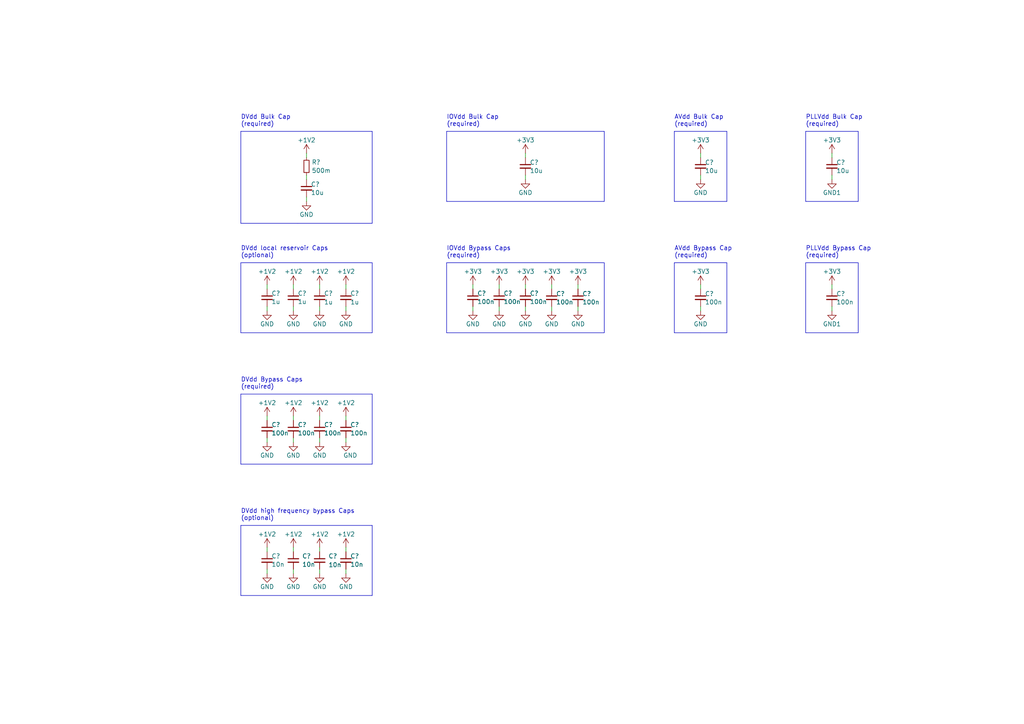
<source format=kicad_sch>
(kicad_sch (version 20230121) (generator eeschema)
  (paper "A4")
  (lib_symbols
    (symbol "Device:C_Small" (pin_numbers hide) (pin_names (offset 0.254) hide)
      (property "Reference" "C" (at 0.254 1.778 0))
      (property "Value" "C_Small" (at 0.254 -2.032 0))
      (symbol "C_Small_0_1"
        (polyline (pts (xy -1.524 -0.508) (xy 1.524 -0.508)) (stroke (width 0.3302)))
        (polyline (pts (xy -1.524 0.508) (xy 1.524 0.508)) (stroke (width 0.3048)))
      )
      (symbol "C_Small_1_1"
        (pin passive line (at 0 2.54 270) (length 2.032) (name "~") (number "1"))
        (pin passive line (at 0 -2.54 90) (length 2.032) (name "~") (number "2"))
      )
    )
    (symbol "Device:R_Small" (pin_numbers hide) (pin_names (offset 0.254) hide)
      (property "Reference" "R" (at 0.762 0.508 0))
      (property "Value" "R_Small" (at 0.762 -1.016 0))
      (symbol "R_Small_0_1"
        (rectangle (start -0.762 1.778) (end 0.762 -1.778) (stroke (width 0.2032)))
      )
      (symbol "R_Small_1_1"
        (pin passive line (at 0 2.54 270) (length 0.762) (name "~") (number "1"))
        (pin passive line (at 0 -2.54 90) (length 0.762) (name "~") (number "2"))
      )
    )
    (symbol "power:+1V2" (power) (pin_names (offset 0))
      (property "Value" "+1V2" (at 0 3.556 0))
      (symbol "+1V2_0_1"
        (polyline (pts (xy -0.762 1.27) (xy 0 2.54)))
        (polyline (pts (xy 0 0) (xy 0 2.54)))
        (polyline (pts (xy 0 2.54) (xy 0.762 1.27)))
      )
      (symbol "+1V2_1_1"
        (pin power_in line (at 0 0 90) (length 0) hide (name "+1V2") (number "1"))
      )
    )
    (symbol "power:+3V3" (power) (pin_names (offset 0))
      (property "Value" "+3V3" (at 0 3.556 0))
      (symbol "+3V3_0_1"
        (polyline (pts (xy -0.762 1.27) (xy 0 2.54)))
        (polyline (pts (xy 0 0) (xy 0 2.54)))
        (polyline (pts (xy 0 2.54) (xy 0.762 1.27)))
      )
      (symbol "+3V3_1_1"
        (pin power_in line (at 0 0 90) (length 0) hide (name "+3V3") (number "1"))
      )
    )
    (symbol "power:GND" (power) (pin_names (offset 0))
      (property "Value" "GND" (at 0 -3.81 0))
      (symbol "GND_0_1"
        (polyline (pts (xy 0 0) (xy 0 -1.27) (xy 1.27 -1.27) (xy 0 -2.54) (xy -1.27 -1.27) (xy 0 -1.27)))
      )
      (symbol "GND_1_1"
        (pin power_in line (at 0 0 270) (length 0) hide (name "GND") (number "1"))
      )
    )
    (symbol "power:GND1" (power) (pin_names (offset 0))
      (property "Value" "GND1" (at 0 -3.81 0))
      (symbol "GND1_0_1"
        (polyline (pts (xy 0 0) (xy 0 -1.27) (xy 1.27 -1.27) (xy 0 -2.54) (xy -1.27 -1.27) (xy 0 -1.27)))
      )
      (symbol "GND1_1_1"
        (pin power_in line (at 0 0 270) (length 0) hide (name "GND1") (number "1"))
      )
    )
  )
  (polyline (pts (xy 69.85 96.52) (xy 69.85 76.2)))
  (wire (pts (xy 203.2 88.9) (xy 203.2 90.17)))
  (wire (pts (xy 160.02 82.55) (xy 160.02 83.82)))
  (polyline (pts (xy 129.54 76.2) (xy 175.26 76.2)))
  (polyline (pts (xy 248.92 38.1) (xy 248.92 58.42)))
  (wire (pts (xy 167.64 88.9) (xy 167.64 90.17)))
  (wire (pts (xy 85.09 120.65) (xy 85.09 121.92)))
  (polyline (pts (xy 175.26 76.2) (xy 175.26 96.52)))
  (wire (pts (xy 85.09 158.75) (xy 85.09 160.02)))
  (wire (pts (xy 77.47 88.9) (xy 77.47 90.17)))
  (wire (pts (xy 203.2 50.8) (xy 203.2 52.07)))
  (wire (pts (xy 100.33 165.1) (xy 100.33 166.37)))
  (polyline (pts (xy 233.68 58.42) (xy 248.92 58.42)))
  (wire (pts (xy 77.47 158.75) (xy 77.47 160.02)))
  (wire (pts (xy 77.47 127) (xy 77.47 128.27)))
  (wire (pts (xy 85.09 88.9) (xy 85.09 90.17)))
  (polyline (pts (xy 210.82 96.52) (xy 210.82 76.2)))
  (wire (pts (xy 203.2 82.55) (xy 203.2 83.82)))
  (wire (pts (xy 100.33 120.65) (xy 100.33 121.92)))
  (polyline (pts (xy 69.85 64.77) (xy 69.85 38.1)))
  (wire (pts (xy 167.64 82.55) (xy 167.64 83.82)))
  (wire (pts (xy 241.3 50.8) (xy 241.3 52.07)))
  (polyline (pts (xy 175.26 38.1) (xy 129.54 38.1)))
  (wire (pts (xy 100.33 158.75) (xy 100.33 160.02)))
  (polyline (pts (xy 195.58 96.52) (xy 203.2 96.52)))
  (wire (pts (xy 144.78 82.55) (xy 144.78 83.82)))
  (polyline (pts (xy 195.58 58.42) (xy 210.82 58.42)))
  (polyline (pts (xy 203.2 96.52) (xy 210.82 96.52)))
  (polyline (pts (xy 69.85 172.72) (xy 107.95 172.72)))
  (polyline (pts (xy 86.36 64.77) (xy 107.95 64.77)))
  (polyline (pts (xy 233.68 58.42) (xy 233.68 38.1)))
  (polyline (pts (xy 86.36 64.77) (xy 69.85 64.77)))
  (polyline (pts (xy 233.68 76.2) (xy 248.92 76.2)))
  (wire (pts (xy 241.3 82.55) (xy 241.3 83.82)))
  (wire (pts (xy 88.9 50.8) (xy 88.9 52.07)))
  (polyline (pts (xy 210.82 38.1) (xy 210.82 58.42)))
  (polyline (pts (xy 69.85 152.4) (xy 107.95 152.4)))
  (wire (pts (xy 144.78 88.9) (xy 144.78 90.17)))
  (wire (pts (xy 203.2 44.45) (xy 203.2 45.72)))
  (wire (pts (xy 160.02 88.9) (xy 160.02 90.17)))
  (wire (pts (xy 92.71 158.75) (xy 92.71 160.02)))
  (wire (pts (xy 152.4 44.45) (xy 152.4 45.72)))
  (wire (pts (xy 152.4 82.55) (xy 152.4 83.82)))
  (wire (pts (xy 100.33 127) (xy 100.33 128.27)))
  (wire (pts (xy 88.9 57.15) (xy 88.9 58.42)))
  (polyline (pts (xy 210.82 76.2) (xy 195.58 76.2)))
  (wire (pts (xy 241.3 44.45) (xy 241.3 45.72)))
  (wire (pts (xy 100.33 88.9) (xy 100.33 90.17)))
  (polyline (pts (xy 233.68 96.52) (xy 233.68 76.2)))
  (wire (pts (xy 92.71 165.1) (xy 92.71 166.37)))
  (wire (pts (xy 152.4 50.8) (xy 152.4 52.07)))
  (polyline (pts (xy 69.85 172.72) (xy 69.85 152.4)))
  (wire (pts (xy 85.09 165.1) (xy 85.09 166.37)))
  (wire (pts (xy 77.47 120.65) (xy 77.47 121.92)))
  (polyline (pts (xy 248.92 76.2) (xy 248.92 96.52)))
  (wire (pts (xy 241.3 88.9) (xy 241.3 90.17)))
  (wire (pts (xy 77.47 82.55) (xy 77.47 83.82)))
  (polyline (pts (xy 107.95 152.4) (xy 107.95 172.72)))
  (polyline (pts (xy 107.95 76.2) (xy 107.95 96.52)))
  (polyline (pts (xy 195.58 76.2) (xy 195.58 96.52)))
  (polyline (pts (xy 107.95 114.3) (xy 69.85 114.3)))
  (polyline (pts (xy 69.85 114.3) (xy 69.85 134.62)))
  (polyline (pts (xy 129.54 58.42) (xy 175.26 58.42)))
  (polyline (pts (xy 233.68 38.1) (xy 248.92 38.1)))
  (wire (pts (xy 137.16 88.9) (xy 137.16 90.17)))
  (wire (pts (xy 88.9 44.45) (xy 88.9 45.72)))
  (polyline (pts (xy 175.26 96.52) (xy 129.54 96.52)))
  (polyline (pts (xy 69.85 76.2) (xy 107.95 76.2)))
  (polyline (pts (xy 129.54 38.1) (xy 129.54 58.42)))
  (polyline (pts (xy 195.58 38.1) (xy 210.82 38.1)))
  (polyline (pts (xy 107.95 38.1) (xy 107.95 64.77)))
  (wire (pts (xy 92.71 120.65) (xy 92.71 121.92)))
  (polyline (pts (xy 69.85 96.52) (xy 107.95 96.52)))
  (wire (pts (xy 137.16 82.55) (xy 137.16 83.82)))
  (wire (pts (xy 152.4 88.9) (xy 152.4 90.17)))
  (polyline (pts (xy 107.95 134.62) (xy 107.95 114.3)))
  (polyline (pts (xy 69.85 38.1) (xy 107.95 38.1)))
  (wire (pts (xy 85.09 82.55) (xy 85.09 83.82)))
  (polyline (pts (xy 129.54 96.52) (xy 129.54 76.2)))
  (polyline (pts (xy 175.26 58.42) (xy 175.26 38.1)))
  (wire (pts (xy 92.71 88.9) (xy 92.71 90.17)))
  (polyline (pts (xy 233.68 96.52) (xy 248.92 96.52)))
  (wire (pts (xy 77.47 165.1) (xy 77.47 166.37)))
  (polyline (pts (xy 195.58 58.42) (xy 195.58 38.1)))
  (wire (pts (xy 92.71 82.55) (xy 92.71 83.82)))
  (wire (pts (xy 92.71 127) (xy 92.71 128.27)))
  (polyline (pts (xy 69.85 134.62) (xy 107.95 134.62)))
  (wire (pts (xy 100.33 82.55) (xy 100.33 83.82)))
  (wire (pts (xy 85.09 127) (xy 85.09 128.27)))
  (text "IOVdd Bypass Caps\n(required)" (at 129.54 74.93 0) (effects (font (size 1.27 1.27)) (justify left bottom)))
  (text "DVdd Bulk Cap\n(required)" (at 69.85 36.83 0) (effects (font (size 1.27 1.27)) (justify left bottom)))
  (text "PLLVdd Bypass Cap\n(required)" (at 233.68 74.93 0) (effects (font (size 1.27 1.27)) (justify left bottom)))
  (text "DVdd local reservoir Caps\n(optional)" (at 69.85 74.93 0) (effects (font (size 1.27 1.27)) (justify left bottom)))
  (text "IOVdd Bulk Cap\n(required)" (at 129.54 36.83 0) (effects (font (size 1.27 1.27)) (justify left bottom)))
  (text "DVdd Bypass Caps\n(required)" (at 69.85 113.03 0) (effects (font (size 1.27 1.27)) (justify left bottom)))
  (text "AVdd Bulk Cap\n(required)" (at 195.58 36.83 0) (effects (font (size 1.27 1.27)) (justify left bottom)))
  (text "AVdd Bypass Cap\n(required)" (at 195.58 74.93 0) (effects (font (size 1.27 1.27)) (justify left bottom)))
  (text "PLLVdd Bulk Cap\n(required)" (at 233.68 36.83 0) (effects (font (size 1.27 1.27)) (justify left bottom)))
  (text "DVdd high frequency bypass Caps\n(optional)" (at 69.85 151.13 0) (effects (font (size 1.27 1.27)) (justify left bottom)))
  (symbol (lib_id "Device:C_Small") (at 152.4 86.36 0) (unit 1)
    (property "Reference" "C?" (at 153.67 85.09 0) (effects (justify left)))
    (property "Value" "100n" (at 153.67 87.5142 0) (effects (justify left)))
    (property "Footprint" "Capacitor_SMD:C_0402_1005Metric" (effects hide))
    (property "Dielectric" "X7R" (effects hide))
    (property "Rated Voltage" "16V" (effects hide))
    (property "Assembling" "X" (effects hide))
    (property "JLC Part Number" "C1525" (effects hide))
    (property "Manufacturer" "Samsung Electro-Mechanics" (effects hide))
    (property "Part Number" "CL05B104KO5NNNC" (effects hide))
    (instances (project "SmallDSPMainBoard" (path "" (reference "C?") (unit 1)) (path "" (reference "C73") (unit 1))))
  )
  (symbol (lib_id "power:+3V3") (at 152.4 44.45 0) (unit 1)
    (property "Reference" "#PWR?" (effects hide))
    (property "Value" "+3V3" (at 152.4 40.64 0))
    (instances (project "SmallDSPMainBoard" (path "" (reference "#PWR?") (unit 1)) (path "" (reference "#PWR0192") (unit 1))))
  )
  (symbol (lib_id "Device:C_Small") (at 203.2 48.26 0) (unit 1)
    (property "Reference" "C?" (at 204.47 47.1058 0) (effects (justify left)))
    (property "Value" "10u" (at 204.47 49.53 0) (effects (justify left)))
    (property "Footprint" "Capacitor_SMD:C_0603_1608Metric" (effects hide))
    (property "Dielectric" "X5R" (effects hide))
    (property "Rated Voltage" "25V" (effects hide))
    (property "Assembling" "X" (effects hide))
    (property "JLC Part Number" "C96446" (effects hide))
    (property "Manufacturer" "Samsung Electro-Mechanics" (effects hide))
    (property "Part Number" "CL10A106MA8NRNC" (effects hide))
    (instances (project "SmallDSPMainBoard" (path "" (reference "C?") (unit 1)) (path "" (reference "C76") (unit 1))))
  )
  (symbol (lib_id "Device:C_Small") (at 167.64 86.36 0) (unit 1)
    (property "Reference" "C?" (at 168.91 85.2058 0) (effects (justify left)))
    (property "Value" "100n" (at 168.91 87.63 0) (effects (justify left)))
    (property "Footprint" "Capacitor_SMD:C_0402_1005Metric" (effects hide))
    (property "Dielectric" "X7R" (effects hide))
    (property "Rated Voltage" "16V" (effects hide))
    (property "Assembling" "X" (effects hide))
    (property "JLC Part Number" "C1525" (effects hide))
    (property "Manufacturer" "Samsung Electro-Mechanics" (effects hide))
    (property "Part Number" "CL05B104KO5NNNC" (effects hide))
    (instances (project "SmallDSPMainBoard" (path "" (reference "C?") (unit 1)) (path "" (reference "C75") (unit 1))))
  )
  (symbol (lib_id "Device:C_Small") (at 77.47 86.36 0) (unit 1)
    (property "Reference" "C?" (at 78.74 85.09 0) (effects (justify left)))
    (property "Value" "1u" (at 78.74 87.5142 0) (effects (justify left)))
    (property "Footprint" "Capacitor_SMD:C_0402_1005Metric" (effects hide))
    (property "Dielectric" "X5R" (effects hide))
    (property "Rated Voltage" "25V" (effects hide))
    (property "Assembling" "X" (effects hide))
    (property "JLC Part Number" "C52923" (effects hide))
    (property "Manufacturer" "Samsung Electro-Mechanics" (effects hide))
    (property "Part Number" "CL05A105KA5NQNC" (effects hide))
    (instances (project "SmallDSPMainBoard" (path "" (reference "C?") (unit 1)) (path "" (reference "C57") (unit 1))))
  )
  (symbol (lib_id "power:+3V3") (at 203.2 44.45 0) (unit 1)
    (property "Reference" "#PWR?" (effects hide))
    (property "Value" "+3V3" (at 203.2 40.64 0))
    (instances (project "SmallDSPMainBoard" (path "" (reference "#PWR?") (unit 1)) (path "" (reference "#PWR0200") (unit 1))))
  )
  (symbol (lib_id "power:+1V2") (at 77.47 82.55 0) (unit 1)
    (property "Reference" "#PWR?" (effects hide))
    (property "Value" "+1V2" (at 77.47 78.74 0))
    (instances (project "SmallDSPMainBoard" (path "" (reference "#PWR?") (unit 1)) (path "" (reference "#PWR0162") (unit 1))))
  )
  (symbol (lib_id "Device:C_Small") (at 100.33 86.36 0) (unit 1)
    (property "Reference" "C?" (at 101.6 85.09 0) (effects (justify left)))
    (property "Value" "1u" (at 101.6 87.63 0) (effects (justify left)))
    (property "Footprint" "Capacitor_SMD:C_0402_1005Metric" (effects hide))
    (property "Dielectric" "X5R" (effects hide))
    (property "Rated Voltage" "25V" (effects hide))
    (property "Assembling" "X" (effects hide))
    (property "JLC Part Number" "C52923" (effects hide))
    (property "Manufacturer" "Samsung Electro-Mechanics" (effects hide))
    (property "Part Number" "CL05A105KA5NQNC" (effects hide))
    (instances (project "SmallDSPMainBoard" (path "" (reference "C?") (unit 1)) (path "" (reference "C67") (unit 1))))
  )
  (symbol (lib_id "power:GND") (at 203.2 90.17 0) (unit 1)
    (property "Reference" "#PWR?" (effects hide))
    (property "Value" "GND" (at 203.2 93.98 0))
    (instances (project "SmallDSPMainBoard" (path "" (reference "#PWR?") (unit 1)) (path "" (reference "#PWR0203") (unit 1))))
  )
  (symbol (lib_id "Device:C_Small") (at 92.71 162.56 0) (unit 1)
    (property "Reference" "C?" (at 95.25 161.29 0) (effects (justify left)))
    (property "Value" "10n" (at 95.25 163.83 0) (effects (justify left)))
    (property "Footprint" "Capacitor_SMD:C_0402_1005Metric" (effects hide))
    (property "Dielectric" "X7R" (effects hide))
    (property "Rated Voltage" "50V" (effects hide))
    (property "Assembling" "X" (effects hide))
    (property "JLC Part Number" "C15195" (effects hide))
    (property "Manufacturer" "Samsung Electro-Mechanics" (effects hide))
    (property "Part Number" "CL05B103KB5NNNC" (effects hide))
    (instances (project "SmallDSPMainBoard" (path "" (reference "C?") (unit 1)) (path "" (reference "C66") (unit 1))))
  )
  (symbol (lib_id "Device:C_Small") (at 137.16 86.36 0) (unit 1)
    (property "Reference" "C?" (at 138.43 85.09 0) (effects (justify left)))
    (property "Value" "100n" (at 138.43 87.5142 0) (effects (justify left)))
    (property "Footprint" "Capacitor_SMD:C_0402_1005Metric" (effects hide))
    (property "Dielectric" "X7R" (effects hide))
    (property "Rated Voltage" "16V" (effects hide))
    (property "Assembling" "X" (effects hide))
    (property "JLC Part Number" "C1525" (effects hide))
    (property "Manufacturer" "Samsung Electro-Mechanics" (effects hide))
    (property "Part Number" "CL05B104KO5NNNC" (effects hide))
    (instances (project "SmallDSPMainBoard" (path "" (reference "C?") (unit 1)) (path "" (reference "C70") (unit 1))))
  )
  (symbol (lib_id "power:GND1") (at 241.3 90.17 0) (unit 1)
    (property "Reference" "#PWR0220" (effects hide))
    (property "Value" "GND1" (at 241.3 93.98 0))
    (instances (project "SmallDSPMainBoard" (path "" (reference "#PWR0220") (unit 1)) (path "" (reference "#PWR0207") (unit 1))))
  )
  (symbol (lib_id "Device:C_Small") (at 144.78 86.36 0) (unit 1)
    (property "Reference" "C?" (at 146.05 85.09 0) (effects (justify left)))
    (property "Value" "100n" (at 146.05 87.5142 0) (effects (justify left)))
    (property "Footprint" "Capacitor_SMD:C_0402_1005Metric" (effects hide))
    (property "Dielectric" "X7R" (effects hide))
    (property "Rated Voltage" "16V" (effects hide))
    (property "Assembling" "X" (effects hide))
    (property "JLC Part Number" "C1525" (effects hide))
    (property "Manufacturer" "Samsung Electro-Mechanics" (effects hide))
    (property "Part Number" "CL05B104KO5NNNC" (effects hide))
    (instances (project "SmallDSPMainBoard" (path "" (reference "C?") (unit 1)) (path "" (reference "C71") (unit 1))))
  )
  (symbol (lib_id "power:+3V3") (at 241.3 44.45 0) (unit 1)
    (property "Reference" "#PWR?" (effects hide))
    (property "Value" "+3V3" (at 241.3 40.64 0))
    (instances (project "SmallDSPMainBoard" (path "" (reference "#PWR?") (unit 1)) (path "" (reference "#PWR0204") (unit 1))))
  )
  (symbol (lib_id "power:GND") (at 137.16 90.17 0) (unit 1)
    (property "Reference" "#PWR?" (effects hide))
    (property "Value" "GND" (at 137.16 93.98 0))
    (instances (project "SmallDSPMainBoard" (path "" (reference "#PWR?") (unit 1)) (path "" (reference "#PWR0189") (unit 1))))
  )
  (symbol (lib_id "Device:C_Small") (at 85.09 86.36 0) (unit 1)
    (property "Reference" "C?" (at 86.36 85.09 0) (effects (justify left)))
    (property "Value" "1u" (at 86.36 87.5142 0) (effects (justify left)))
    (property "Footprint" "Capacitor_SMD:C_0402_1005Metric" (effects hide))
    (property "Dielectric" "X5R" (effects hide))
    (property "Rated Voltage" "25V" (effects hide))
    (property "Assembling" "X" (effects hide))
    (property "JLC Part Number" "C52923" (effects hide))
    (property "Manufacturer" "Samsung Electro-Mechanics" (effects hide))
    (property "Part Number" "CL05A105KA5NQNC" (effects hide))
    (instances (project "SmallDSPMainBoard" (path "" (reference "C?") (unit 1)) (path "" (reference "C60") (unit 1))))
  )
  (symbol (lib_id "power:GND") (at 85.09 90.17 0) (unit 1)
    (property "Reference" "#PWR?" (effects hide))
    (property "Value" "GND" (at 85.09 93.98 0))
    (instances (project "SmallDSPMainBoard" (path "" (reference "#PWR?") (unit 1)) (path "" (reference "#PWR0169") (unit 1))))
  )
  (symbol (lib_id "Device:C_Small") (at 241.3 48.26 0) (unit 1)
    (property "Reference" "C?" (at 242.57 47.1058 0) (effects (justify left)))
    (property "Value" "10u" (at 242.57 49.53 0) (effects (justify left)))
    (property "Footprint" "Capacitor_SMD:C_0603_1608Metric" (effects hide))
    (property "Dielectric" "X5R" (effects hide))
    (property "Rated Voltage" "25V" (effects hide))
    (property "Assembling" "X" (effects hide))
    (property "JLC Part Number" "C96446" (effects hide))
    (property "Manufacturer" "Samsung Electro-Mechanics" (effects hide))
    (property "Part Number" "CL10A106MA8NRNC" (effects hide))
    (instances (project "SmallDSPMainBoard" (path "" (reference "C?") (unit 1)) (path "" (reference "C78") (unit 1))))
  )
  (symbol (lib_id "power:GND") (at 85.09 166.37 0) (unit 1)
    (property "Reference" "#PWR?" (effects hide))
    (property "Value" "GND" (at 85.09 170.18 0))
    (instances (project "SmallDSPMainBoard" (path "" (reference "#PWR?") (unit 1)) (path "" (reference "#PWR0173") (unit 1))))
  )
  (symbol (lib_id "Device:C_Small") (at 88.9 54.61 0) (unit 1)
    (property "Reference" "C?" (at 90.17 53.4558 0) (effects (justify left)))
    (property "Value" "10u" (at 90.17 55.88 0) (effects (justify left)))
    (property "Footprint" "Capacitor_SMD:C_0603_1608Metric" (effects hide))
    (property "Dielectric" "X5R" (effects hide))
    (property "Rated Voltage" "25V" (effects hide))
    (property "Assembling" "X" (effects hide))
    (property "JLC Part Number" "C96446" (effects hide))
    (property "Manufacturer" "Samsung Electro-Mechanics" (effects hide))
    (property "Part Number" "CL10A106MA8NRNC" (effects hide))
    (instances (project "SmallDSPMainBoard" (path "" (reference "C?") (unit 1)) (path "" (reference "C63") (unit 1))))
  )
  (symbol (lib_id "power:+1V2") (at 77.47 158.75 0) (unit 1)
    (property "Reference" "#PWR?" (effects hide))
    (property "Value" "+1V2" (at 77.47 154.94 0))
    (instances (project "SmallDSPMainBoard" (path "" (reference "#PWR?") (unit 1)) (path "" (reference "#PWR0166") (unit 1))))
  )
  (symbol (lib_id "Device:R_Small") (at 88.9 48.26 0) (unit 1)
    (property "Reference" "R?" (at 90.3986 47.0479 0) (effects (justify left)))
    (property "Value" "500m" (at 90.3986 49.4721 0) (effects (justify left)))
    (property "Footprint" "Resistor_SMD:R_0603_1608Metric_Pad0.98x0.95mm_HandSolder" (effects hide))
    (property "Rated Power" "125mW" (effects hide))
    (property "Manufacturer" "Bussmann / Eaton" (effects hide))
    (property "Part Number" "MFL0603R5000FB" (effects hide))
    (instances (project "SmallDSPMainBoard" (path "" (reference "R?") (unit 1)) (path "" (reference "R72") (unit 1))))
  )
  (symbol (lib_id "Device:C_Small") (at 241.3 86.36 0) (unit 1)
    (property "Reference" "C?" (at 242.57 85.2058 0) (effects (justify left)))
    (property "Value" "100n" (at 242.57 87.63 0) (effects (justify left)))
    (property "Footprint" "Capacitor_SMD:C_0402_1005Metric" (effects hide))
    (property "Dielectric" "X7R" (effects hide))
    (property "Rated Voltage" "16V" (effects hide))
    (property "Assembling" "X" (effects hide))
    (property "JLC Part Number" "C1525" (effects hide))
    (property "Manufacturer" "Samsung Electro-Mechanics" (effects hide))
    (property "Part Number" "CL05B104KO5NNNC" (effects hide))
    (instances (project "SmallDSPMainBoard" (path "" (reference "C?") (unit 1)) (path "" (reference "C79") (unit 1))))
  )
  (symbol (lib_id "power:GND") (at 77.47 166.37 0) (unit 1)
    (property "Reference" "#PWR?" (effects hide))
    (property "Value" "GND" (at 77.47 170.18 0))
    (instances (project "SmallDSPMainBoard" (path "" (reference "#PWR?") (unit 1)) (path "" (reference "#PWR0167") (unit 1))))
  )
  (symbol (lib_id "Device:C_Small") (at 100.33 162.56 0) (unit 1)
    (property "Reference" "C?" (at 101.6 161.29 0) (effects (justify left)))
    (property "Value" "10n" (at 101.6 163.7142 0) (effects (justify left)))
    (property "Footprint" "Capacitor_SMD:C_0402_1005Metric" (effects hide))
    (property "Dielectric" "X7R" (effects hide))
    (property "Rated Voltage" "50V" (effects hide))
    (property "Assembling" "X" (effects hide))
    (property "JLC Part Number" "C15195" (effects hide))
    (property "Manufacturer" "Samsung Electro-Mechanics" (effects hide))
    (property "Part Number" "CL05B103KB5NNNC" (effects hide))
    (instances (project "SmallDSPMainBoard" (path "" (reference "C?") (unit 1)) (path "" (reference "C69") (unit 1))))
  )
  (symbol (lib_id "power:GND") (at 88.9 58.42 0) (unit 1)
    (property "Reference" "#PWR?" (effects hide))
    (property "Value" "GND" (at 88.9 62.23 0))
    (instances (project "SmallDSPMainBoard" (path "" (reference "#PWR?") (unit 1)) (path "" (reference "#PWR0175") (unit 1))))
  )
  (symbol (lib_id "power:+3V3") (at 203.2 82.55 0) (unit 1)
    (property "Reference" "#PWR?" (effects hide))
    (property "Value" "+3V3" (at 203.2 78.74 0))
    (instances (project "SmallDSPMainBoard" (path "" (reference "#PWR?") (unit 1)) (path "" (reference "#PWR0202") (unit 1))))
  )
  (symbol (lib_id "Device:C_Small") (at 85.09 162.56 0) (unit 1)
    (property "Reference" "C?" (at 87.63 161.29 0) (effects (justify left)))
    (property "Value" "10n" (at 87.63 163.7142 0) (effects (justify left)))
    (property "Footprint" "Capacitor_SMD:C_0402_1005Metric" (effects hide))
    (property "Dielectric" "X7R" (effects hide))
    (property "Rated Voltage" "50V" (effects hide))
    (property "Assembling" "X" (effects hide))
    (property "JLC Part Number" "C15195" (effects hide))
    (property "Manufacturer" "Samsung Electro-Mechanics" (effects hide))
    (property "Part Number" "CL05B103KB5NNNC" (effects hide))
    (instances (project "SmallDSPMainBoard" (path "" (reference "C?") (unit 1)) (path "" (reference "C62") (unit 1))))
  )
  (symbol (lib_id "power:GND") (at 152.4 90.17 0) (unit 1)
    (property "Reference" "#PWR?" (effects hide))
    (property "Value" "GND" (at 152.4 93.98 0))
    (instances (project "SmallDSPMainBoard" (path "" (reference "#PWR?") (unit 1)) (path "" (reference "#PWR0195") (unit 1))))
  )
  (symbol (lib_id "power:GND") (at 203.2 52.07 0) (unit 1)
    (property "Reference" "#PWR?" (effects hide))
    (property "Value" "GND" (at 203.2 55.88 0))
    (instances (project "SmallDSPMainBoard" (path "" (reference "#PWR?") (unit 1)) (path "" (reference "#PWR0201") (unit 1))))
  )
  (symbol (lib_id "power:GND") (at 77.47 128.27 0) (unit 1)
    (property "Reference" "#PWR?" (effects hide))
    (property "Value" "GND" (at 77.47 132.08 0))
    (instances (project "SmallDSPMainBoard" (path "" (reference "#PWR?") (unit 1)) (path "" (reference "#PWR0165") (unit 1))))
  )
  (symbol (lib_id "power:GND") (at 160.02 90.17 0) (unit 1)
    (property "Reference" "#PWR?" (effects hide))
    (property "Value" "GND" (at 160.02 93.98 0))
    (instances (project "SmallDSPMainBoard" (path "" (reference "#PWR?") (unit 1)) (path "" (reference "#PWR0197") (unit 1))))
  )
  (symbol (lib_id "power:GND1") (at 241.3 52.07 0) (unit 1)
    (property "Reference" "#PWR0220" (effects hide))
    (property "Value" "GND1" (at 241.3 55.88 0))
    (instances (project "SmallDSPMainBoard" (path "" (reference "#PWR0220") (unit 1)) (path "" (reference "#PWR0205") (unit 1))))
  )
  (symbol (lib_id "power:+1V2") (at 88.9 44.45 0) (unit 1)
    (property "Reference" "#PWR?" (effects hide))
    (property "Value" "+1V2" (at 88.9 40.64 0))
    (instances (project "SmallDSPMainBoard" (path "" (reference "#PWR?") (unit 1)) (path "" (reference "#PWR0174") (unit 1))))
  )
  (symbol (lib_id "power:+3V3") (at 144.78 82.55 0) (unit 1)
    (property "Reference" "#PWR?" (effects hide))
    (property "Value" "+3V3" (at 144.78 78.74 0))
    (instances (project "SmallDSPMainBoard" (path "" (reference "#PWR?") (unit 1)) (path "" (reference "#PWR0190") (unit 1))))
  )
  (symbol (lib_id "Device:C_Small") (at 77.47 124.46 0) (unit 1)
    (property "Reference" "C?" (at 78.74 123.19 0) (effects (justify left)))
    (property "Value" "100n" (at 78.74 125.6142 0) (effects (justify left)))
    (property "Footprint" "Capacitor_SMD:C_0402_1005Metric" (effects hide))
    (property "Dielectric" "X7R" (effects hide))
    (property "Rated Voltage" "16V" (effects hide))
    (property "Assembling" "X" (effects hide))
    (property "JLC Part Number" "C1525" (effects hide))
    (property "Manufacturer" "Samsung Electro-Mechanics" (effects hide))
    (property "Part Number" "CL05B104KO5NNNC" (effects hide))
    (instances (project "SmallDSPMainBoard" (path "" (reference "C?") (unit 1)) (path "" (reference "C58") (unit 1))))
  )
  (symbol (lib_id "Device:C_Small") (at 92.71 86.36 0) (unit 1)
    (property "Reference" "C?" (at 93.98 85.09 0) (effects (justify left)))
    (property "Value" "1u" (at 93.98 87.63 0) (effects (justify left)))
    (property "Footprint" "Capacitor_SMD:C_0402_1005Metric" (effects hide))
    (property "Dielectric" "X5R" (effects hide))
    (property "Rated Voltage" "25V" (effects hide))
    (property "Assembling" "X" (effects hide))
    (property "JLC Part Number" "C52923" (effects hide))
    (property "Manufacturer" "Samsung Electro-Mechanics" (effects hide))
    (property "Part Number" "CL05A105KA5NQNC" (effects hide))
    (instances (project "SmallDSPMainBoard" (path "" (reference "C?") (unit 1)) (path "" (reference "C64") (unit 1))))
  )
  (symbol (lib_id "power:+1V2") (at 85.09 82.55 0) (unit 1)
    (property "Reference" "#PWR?" (effects hide))
    (property "Value" "+1V2" (at 85.09 78.74 0))
    (instances (project "SmallDSPMainBoard" (path "" (reference "#PWR?") (unit 1)) (path "" (reference "#PWR0168") (unit 1))))
  )
  (symbol (lib_id "power:GND") (at 77.47 90.17 0) (unit 1)
    (property "Reference" "#PWR?" (effects hide))
    (property "Value" "GND" (at 77.47 93.98 0))
    (instances (project "SmallDSPMainBoard" (path "" (reference "#PWR?") (unit 1)) (path "" (reference "#PWR0163") (unit 1))))
  )
  (symbol (lib_id "power:GND") (at 152.4 52.07 0) (unit 1)
    (property "Reference" "#PWR?" (effects hide))
    (property "Value" "GND" (at 152.4 55.88 0))
    (instances (project "SmallDSPMainBoard" (path "" (reference "#PWR?") (unit 1)) (path "" (reference "#PWR0193") (unit 1))))
  )
  (symbol (lib_id "power:GND") (at 100.33 90.17 0) (unit 1)
    (property "Reference" "#PWR?" (effects hide))
    (property "Value" "GND" (at 100.33 93.98 0))
    (instances (project "SmallDSPMainBoard" (path "" (reference "#PWR?") (unit 1)) (path "" (reference "#PWR0183") (unit 1))))
  )
  (symbol (lib_id "Device:C_Small") (at 152.4 48.26 0) (unit 1)
    (property "Reference" "C?" (at 153.67 47.1058 0) (effects (justify left)))
    (property "Value" "10u" (at 153.67 49.53 0) (effects (justify left)))
    (property "Footprint" "Capacitor_SMD:C_0603_1608Metric" (effects hide))
    (property "Dielectric" "X5R" (effects hide))
    (property "Rated Voltage" "25V" (effects hide))
    (property "Assembling" "X" (effects hide))
    (property "JLC Part Number" "C96446" (effects hide))
    (property "Manufacturer" "Samsung Electro-Mechanics" (effects hide))
    (property "Part Number" "CL10A106MA8NRNC" (effects hide))
    (instances (project "SmallDSPMainBoard" (path "" (reference "C?") (unit 1)) (path "" (reference "C72") (unit 1))))
  )
  (symbol (lib_id "power:GND") (at 92.71 128.27 0) (unit 1)
    (property "Reference" "#PWR?" (effects hide))
    (property "Value" "GND" (at 92.71 132.08 0))
    (instances (project "SmallDSPMainBoard" (path "" (reference "#PWR?") (unit 1)) (path "" (reference "#PWR0179") (unit 1))))
  )
  (symbol (lib_id "power:+1V2") (at 92.71 82.55 0) (unit 1)
    (property "Reference" "#PWR?" (effects hide))
    (property "Value" "+1V2" (at 92.71 78.74 0))
    (instances (project "SmallDSPMainBoard" (path "" (reference "#PWR?") (unit 1)) (path "" (reference "#PWR0176") (unit 1))))
  )
  (symbol (lib_id "power:+3V3") (at 241.3 82.55 0) (unit 1)
    (property "Reference" "#PWR?" (effects hide))
    (property "Value" "+3V3" (at 241.3 78.74 0))
    (instances (project "SmallDSPMainBoard" (path "" (reference "#PWR?") (unit 1)) (path "" (reference "#PWR0206") (unit 1))))
  )
  (symbol (lib_id "power:+1V2") (at 100.33 120.65 0) (unit 1)
    (property "Reference" "#PWR?" (effects hide))
    (property "Value" "+1V2" (at 100.33 116.84 0))
    (instances (project "SmallDSPMainBoard" (path "" (reference "#PWR?") (unit 1)) (path "" (reference "#PWR0184") (unit 1))))
  )
  (symbol (lib_id "power:+1V2") (at 77.47 120.65 0) (unit 1)
    (property "Reference" "#PWR?" (effects hide))
    (property "Value" "+1V2" (at 77.47 116.84 0))
    (instances (project "SmallDSPMainBoard" (path "" (reference "#PWR?") (unit 1)) (path "" (reference "#PWR0164") (unit 1))))
  )
  (symbol (lib_id "power:GND") (at 92.71 166.37 0) (unit 1)
    (property "Reference" "#PWR?" (effects hide))
    (property "Value" "GND" (at 92.71 170.18 0))
    (instances (project "SmallDSPMainBoard" (path "" (reference "#PWR?") (unit 1)) (path "" (reference "#PWR0181") (unit 1))))
  )
  (symbol (lib_id "power:+1V2") (at 100.33 158.75 0) (unit 1)
    (property "Reference" "#PWR?" (effects hide))
    (property "Value" "+1V2" (at 100.33 154.94 0))
    (instances (project "SmallDSPMainBoard" (path "" (reference "#PWR?") (unit 1)) (path "" (reference "#PWR0186") (unit 1))))
  )
  (symbol (lib_id "Device:C_Small") (at 77.47 162.56 0) (unit 1)
    (property "Reference" "C?" (at 78.74 161.29 0) (effects (justify left)))
    (property "Value" "10n" (at 78.74 163.7142 0) (effects (justify left)))
    (property "Footprint" "Capacitor_SMD:C_0402_1005Metric" (effects hide))
    (property "Dielectric" "X7R" (effects hide))
    (property "Rated Voltage" "50V" (effects hide))
    (property "Assembling" "X" (effects hide))
    (property "JLC Part Number" "C15195" (effects hide))
    (property "Manufacturer" "Samsung Electro-Mechanics" (effects hide))
    (property "Part Number" "CL05B103KB5NNNC" (effects hide))
    (instances (project "SmallDSPMainBoard" (path "" (reference "C?") (unit 1)) (path "" (reference "C59") (unit 1))))
  )
  (symbol (lib_id "power:GND") (at 100.33 166.37 0) (unit 1)
    (property "Reference" "#PWR?" (effects hide))
    (property "Value" "GND" (at 100.33 170.18 0))
    (instances (project "SmallDSPMainBoard" (path "" (reference "#PWR?") (unit 1)) (path "" (reference "#PWR0187") (unit 1))))
  )
  (symbol (lib_id "power:GND") (at 167.64 90.17 0) (unit 1)
    (property "Reference" "#PWR?" (effects hide))
    (property "Value" "GND" (at 167.64 93.98 0))
    (instances (project "SmallDSPMainBoard" (path "" (reference "#PWR?") (unit 1)) (path "" (reference "#PWR0199") (unit 1))))
  )
  (symbol (lib_id "power:GND") (at 92.71 90.17 0) (unit 1)
    (property "Reference" "#PWR?" (effects hide))
    (property "Value" "GND" (at 92.71 93.98 0))
    (instances (project "SmallDSPMainBoard" (path "" (reference "#PWR?") (unit 1)) (path "" (reference "#PWR0177") (unit 1))))
  )
  (symbol (lib_id "power:+3V3") (at 160.02 82.55 0) (unit 1)
    (property "Reference" "#PWR?" (effects hide))
    (property "Value" "+3V3" (at 160.02 78.74 0))
    (instances (project "SmallDSPMainBoard" (path "" (reference "#PWR?") (unit 1)) (path "" (reference "#PWR0196") (unit 1))))
  )
  (symbol (lib_id "Device:C_Small") (at 160.02 86.36 0) (unit 1)
    (property "Reference" "C?" (at 161.29 85.2058 0) (effects (justify left)))
    (property "Value" "100n" (at 161.29 87.63 0) (effects (justify left)))
    (property "Footprint" "Capacitor_SMD:C_0402_1005Metric" (effects hide))
    (property "Dielectric" "X7R" (effects hide))
    (property "Rated Voltage" "16V" (effects hide))
    (property "Assembling" "X" (effects hide))
    (property "JLC Part Number" "C1525" (effects hide))
    (property "Manufacturer" "Samsung Electro-Mechanics" (effects hide))
    (property "Part Number" "CL05B104KO5NNNC" (effects hide))
    (instances (project "SmallDSPMainBoard" (path "" (reference "C?") (unit 1)) (path "" (reference "C74") (unit 1))))
  )
  (symbol (lib_id "power:+3V3") (at 152.4 82.55 0) (unit 1)
    (property "Reference" "#PWR?" (effects hide))
    (property "Value" "+3V3" (at 152.4 78.74 0))
    (instances (project "SmallDSPMainBoard" (path "" (reference "#PWR?") (unit 1)) (path "" (reference "#PWR0194") (unit 1))))
  )
  (symbol (lib_id "Device:C_Small") (at 85.09 124.46 0) (unit 1)
    (property "Reference" "C?" (at 86.36 123.19 0) (effects (justify left)))
    (property "Value" "100n" (at 86.36 125.6142 0) (effects (justify left)))
    (property "Footprint" "Capacitor_SMD:C_0402_1005Metric" (effects hide))
    (property "Dielectric" "X7R" (effects hide))
    (property "Rated Voltage" "16V" (effects hide))
    (property "Assembling" "X" (effects hide))
    (property "JLC Part Number" "C1525" (effects hide))
    (property "Manufacturer" "Samsung Electro-Mechanics" (effects hide))
    (property "Part Number" "CL05B104KO5NNNC" (effects hide))
    (instances (project "SmallDSPMainBoard" (path "" (reference "C?") (unit 1)) (path "" (reference "C61") (unit 1))))
  )
  (symbol (lib_id "power:+1V2") (at 92.71 120.65 0) (unit 1)
    (property "Reference" "#PWR?" (effects hide))
    (property "Value" "+1V2" (at 92.71 116.84 0))
    (instances (project "SmallDSPMainBoard" (path "" (reference "#PWR?") (unit 1)) (path "" (reference "#PWR0178") (unit 1))))
  )
  (symbol (lib_id "power:GND") (at 144.78 90.17 0) (unit 1)
    (property "Reference" "#PWR?" (effects hide))
    (property "Value" "GND" (at 144.78 93.98 0))
    (instances (project "SmallDSPMainBoard" (path "" (reference "#PWR?") (unit 1)) (path "" (reference "#PWR0191") (unit 1))))
  )
  (symbol (lib_id "power:+1V2") (at 85.09 120.65 0) (unit 1)
    (property "Reference" "#PWR?" (effects hide))
    (property "Value" "+1V2" (at 85.09 116.84 0))
    (instances (project "SmallDSPMainBoard" (path "" (reference "#PWR?") (unit 1)) (path "" (reference "#PWR0170") (unit 1))))
  )
  (symbol (lib_id "Device:C_Small") (at 203.2 86.36 0) (unit 1)
    (property "Reference" "C?" (at 204.47 85.2058 0) (effects (justify left)))
    (property "Value" "100n" (at 204.47 87.63 0) (effects (justify left)))
    (property "Footprint" "Capacitor_SMD:C_0402_1005Metric" (effects hide))
    (property "Dielectric" "X7R" (effects hide))
    (property "Rated Voltage" "16V" (effects hide))
    (property "Assembling" "X" (effects hide))
    (property "JLC Part Number" "C1525" (effects hide))
    (property "Manufacturer" "Samsung Electro-Mechanics" (effects hide))
    (property "Part Number" "CL05B104KO5NNNC" (effects hide))
    (instances (project "SmallDSPMainBoard" (path "" (reference "C?") (unit 1)) (path "" (reference "C77") (unit 1))))
  )
  (symbol (lib_id "Device:C_Small") (at 100.33 124.46 0) (unit 1)
    (property "Reference" "C?" (at 101.6 123.19 0) (effects (justify left)))
    (property "Value" "100n" (at 101.6 125.6142 0) (effects (justify left)))
    (property "Footprint" "Capacitor_SMD:C_0402_1005Metric" (effects hide))
    (property "Dielectric" "X7R" (effects hide))
    (property "Rated Voltage" "16V" (effects hide))
    (property "Assembling" "X" (effects hide))
    (property "JLC Part Number" "C1525" (effects hide))
    (property "Manufacturer" "Samsung Electro-Mechanics" (effects hide))
    (property "Part Number" "CL05B104KO5NNNC" (effects hide))
    (instances (project "SmallDSPMainBoard" (path "" (reference "C?") (unit 1)) (path "" (reference "C68") (unit 1))))
  )
  (symbol (lib_id "power:+3V3") (at 167.64 82.55 0) (unit 1)
    (property "Reference" "#PWR?" (effects hide))
    (property "Value" "+3V3" (at 167.64 78.74 0))
    (instances (project "SmallDSPMainBoard" (path "" (reference "#PWR?") (unit 1)) (path "" (reference "#PWR0198") (unit 1))))
  )
  (symbol (lib_id "power:+1V2") (at 100.33 82.55 0) (unit 1)
    (property "Reference" "#PWR?" (effects hide))
    (property "Value" "+1V2" (at 100.33 78.74 0))
    (instances (project "SmallDSPMainBoard" (path "" (reference "#PWR?") (unit 1)) (path "" (reference "#PWR0182") (unit 1))))
  )
  (symbol (lib_id "power:+3V3") (at 137.16 82.55 0) (unit 1)
    (property "Reference" "#PWR?" (effects hide))
    (property "Value" "+3V3" (at 137.16 78.74 0))
    (instances (project "SmallDSPMainBoard" (path "" (reference "#PWR?") (unit 1)) (path "" (reference "#PWR0188") (unit 1))))
  )
  (symbol (lib_id "power:GND") (at 100.33 128.27 0) (unit 1)
    (property "Reference" "#PWR?" (effects hide))
    (property "Value" "GND" (at 101.6 132.08 0))
    (instances (project "SmallDSPMainBoard" (path "" (reference "#PWR?") (unit 1)) (path "" (reference "#PWR0185") (unit 1))))
  )
  (symbol (lib_id "power:+1V2") (at 92.71 158.75 0) (unit 1)
    (property "Reference" "#PWR?" (effects hide))
    (property "Value" "+1V2" (at 92.71 154.94 0))
    (instances (project "SmallDSPMainBoard" (path "" (reference "#PWR?") (unit 1)) (path "" (reference "#PWR0180") (unit 1))))
  )
  (symbol (lib_id "Device:C_Small") (at 92.71 124.46 0) (unit 1)
    (property "Reference" "C?" (at 93.98 123.19 0) (effects (justify left)))
    (property "Value" "100n" (at 93.98 125.6142 0) (effects (justify left)))
    (property "Footprint" "Capacitor_SMD:C_0402_1005Metric" (effects hide))
    (property "Dielectric" "X7R" (effects hide))
    (property "Rated Voltage" "16V" (effects hide))
    (property "Assembling" "X" (effects hide))
    (property "JLC Part Number" "C1525" (effects hide))
    (property "Manufacturer" "Samsung Electro-Mechanics" (effects hide))
    (property "Part Number" "CL05B104KO5NNNC" (effects hide))
    (instances (project "SmallDSPMainBoard" (path "" (reference "C?") (unit 1)) (path "" (reference "C65") (unit 1))))
  )
  (symbol (lib_id "power:GND") (at 85.09 128.27 0) (unit 1)
    (property "Reference" "#PWR?" (effects hide))
    (property "Value" "GND" (at 85.09 132.08 0))
    (instances (project "SmallDSPMainBoard" (path "" (reference "#PWR?") (unit 1)) (path "" (reference "#PWR0171") (unit 1))))
  )
  (symbol (lib_id "power:+1V2") (at 85.09 158.75 0) (unit 1)
    (property "Reference" "#PWR?" (effects hide))
    (property "Value" "+1V2" (at 85.09 154.94 0))
    (instances (project "SmallDSPMainBoard" (path "" (reference "#PWR?") (unit 1)) (path "" (reference "#PWR0172") (unit 1))))
  )
)
</source>
